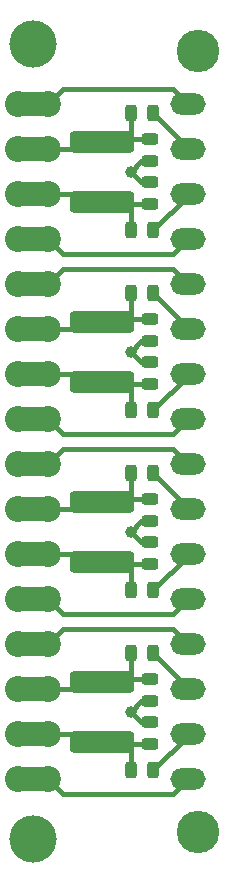
<source format=gbr>
G04 #@! TF.GenerationSoftware,KiCad,Pcbnew,(5.99.0-7355-g8781ce7efb)*
G04 #@! TF.CreationDate,2021-03-09T10:35:05+01:00*
G04 #@! TF.ProjectId,NI9217Filter,4e493932-3137-4466-996c-7465722e6b69,rev?*
G04 #@! TF.SameCoordinates,Original*
G04 #@! TF.FileFunction,Copper,L2,Bot*
G04 #@! TF.FilePolarity,Positive*
%FSLAX46Y46*%
G04 Gerber Fmt 4.6, Leading zero omitted, Abs format (unit mm)*
G04 Created by KiCad (PCBNEW (5.99.0-7355-g8781ce7efb)) date 2021-03-09 10:35:05*
%MOMM*%
%LPD*%
G01*
G04 APERTURE LIST*
G04 Aperture macros list*
%AMRoundRect*
0 Rectangle with rounded corners*
0 $1 Rounding radius*
0 $2 $3 $4 $5 $6 $7 $8 $9 X,Y pos of 4 corners*
0 Add a 4 corners polygon primitive as box body*
4,1,4,$2,$3,$4,$5,$6,$7,$8,$9,$2,$3,0*
0 Add four circle primitives for the rounded corners*
1,1,$1+$1,$2,$3,0*
1,1,$1+$1,$4,$5,0*
1,1,$1+$1,$6,$7,0*
1,1,$1+$1,$8,$9,0*
0 Add four rect primitives between the rounded corners*
20,1,$1+$1,$2,$3,$4,$5,0*
20,1,$1+$1,$4,$5,$6,$7,0*
20,1,$1+$1,$6,$7,$8,$9,0*
20,1,$1+$1,$8,$9,$2,$3,0*%
G04 Aperture macros list end*
G04 #@! TA.AperFunction,ComponentPad*
%ADD10O,3.000000X1.800000*%
G04 #@! TD*
G04 #@! TA.AperFunction,ComponentPad*
%ADD11C,3.600000*%
G04 #@! TD*
G04 #@! TA.AperFunction,ComponentPad*
%ADD12C,2.200000*%
G04 #@! TD*
G04 #@! TA.AperFunction,ComponentPad*
%ADD13C,4.000000*%
G04 #@! TD*
G04 #@! TA.AperFunction,SMDPad,CuDef*
%ADD14RoundRect,0.243750X0.243750X0.456250X-0.243750X0.456250X-0.243750X-0.456250X0.243750X-0.456250X0*%
G04 #@! TD*
G04 #@! TA.AperFunction,SMDPad,CuDef*
%ADD15RoundRect,0.243750X0.456250X-0.243750X0.456250X0.243750X-0.456250X0.243750X-0.456250X-0.243750X0*%
G04 #@! TD*
G04 #@! TA.AperFunction,SMDPad,CuDef*
%ADD16RoundRect,0.250000X2.450000X-0.650000X2.450000X0.650000X-2.450000X0.650000X-2.450000X-0.650000X0*%
G04 #@! TD*
G04 #@! TA.AperFunction,ViaPad*
%ADD17C,1.000000*%
G04 #@! TD*
G04 #@! TA.AperFunction,Conductor*
%ADD18C,0.400000*%
G04 #@! TD*
G04 #@! TA.AperFunction,Conductor*
%ADD19C,2.000000*%
G04 #@! TD*
G04 APERTURE END LIST*
D10*
X150865000Y-130175000D03*
X150865000Y-126365000D03*
X150865000Y-122555000D03*
X150865000Y-118745000D03*
X150865000Y-114935000D03*
X150865000Y-111125000D03*
X150865000Y-107315000D03*
X150865000Y-103505000D03*
X150865000Y-99695000D03*
X150865000Y-95885000D03*
X150865000Y-92075000D03*
X150865000Y-88265000D03*
X150865000Y-84455000D03*
X150865000Y-80645000D03*
X150865000Y-76835000D03*
X150865000Y-73025000D03*
D11*
X151765000Y-134675000D03*
X151765000Y-68525000D03*
D12*
X136525000Y-103505000D03*
X139065000Y-103505000D03*
X136525000Y-107315000D03*
X139065000Y-107315000D03*
X136525000Y-111125000D03*
X139065000Y-111125000D03*
X136525000Y-114935000D03*
X139065000Y-114935000D03*
X136525000Y-118745000D03*
X139065000Y-118745000D03*
X136525000Y-122555000D03*
X139065000Y-122555000D03*
X136525000Y-126365000D03*
X139065000Y-126365000D03*
X136525000Y-130175000D03*
X139065000Y-130175000D03*
X136525000Y-73025000D03*
X139065000Y-73025000D03*
X136525000Y-76835000D03*
X139065000Y-76835000D03*
X136525000Y-80645000D03*
X139065000Y-80645000D03*
X136525000Y-84455000D03*
X139065000Y-84455000D03*
X136525000Y-88265000D03*
X139065000Y-88265000D03*
X136525000Y-92075000D03*
X139065000Y-92075000D03*
X136525000Y-95885000D03*
X139065000Y-95885000D03*
X136525000Y-99695000D03*
X139065000Y-99695000D03*
D13*
X137795000Y-135255000D03*
X137795000Y-67945000D03*
D14*
X147925000Y-129413000D03*
X146050000Y-129413000D03*
D15*
X147701000Y-127224000D03*
X147701000Y-125349000D03*
X147701000Y-123571000D03*
X147701000Y-121696000D03*
D16*
X143637000Y-127010000D03*
X143637000Y-121910000D03*
X143637000Y-111770000D03*
X143637000Y-106670000D03*
D14*
X147925000Y-119507000D03*
X146050000Y-119507000D03*
X147925000Y-114173000D03*
X146050000Y-114173000D03*
X147925000Y-104267000D03*
X146050000Y-104267000D03*
D15*
X147701000Y-108331000D03*
X147701000Y-106456000D03*
X147701000Y-111984000D03*
X147701000Y-110109000D03*
D16*
X143637000Y-96530000D03*
X143637000Y-91430000D03*
D14*
X147925000Y-98933000D03*
X146050000Y-98933000D03*
X147925000Y-89027000D03*
X146050000Y-89027000D03*
D15*
X147701000Y-93091000D03*
X147701000Y-91216000D03*
X147701000Y-81504000D03*
X147701000Y-79629000D03*
X147701000Y-77851000D03*
X147701000Y-75976000D03*
X147701000Y-96744000D03*
X147701000Y-94869000D03*
D14*
X147925000Y-83693000D03*
X146050000Y-83693000D03*
D16*
X143637000Y-81290000D03*
X143637000Y-76190000D03*
D14*
X147925000Y-73787000D03*
X146050000Y-73787000D03*
D17*
X146050000Y-124460000D03*
X146050000Y-109220000D03*
X146050000Y-93980000D03*
X146050000Y-78740000D03*
D18*
X149595000Y-131445000D02*
X150865000Y-130175000D01*
X139065000Y-130175000D02*
X140335000Y-131445000D01*
X140335000Y-131445000D02*
X149595000Y-131445000D01*
D19*
X136525000Y-130175000D02*
X139065000Y-130175000D01*
D18*
X139065000Y-114935000D02*
X140335000Y-116205000D01*
X140335000Y-116205000D02*
X149595000Y-116205000D01*
X149595000Y-116205000D02*
X150865000Y-114935000D01*
D19*
X136525000Y-114935000D02*
X139065000Y-114935000D01*
D18*
X150846000Y-76835000D02*
X150865000Y-76835000D01*
X147925000Y-73787000D02*
X150865000Y-76727000D01*
X150865000Y-76727000D02*
X150865000Y-76835000D01*
X150865000Y-80753000D02*
X150865000Y-80645000D01*
X147925000Y-83693000D02*
X150865000Y-80753000D01*
X150865000Y-80880000D02*
X150865000Y-80645000D01*
X150846000Y-92075000D02*
X150865000Y-92075000D01*
X147925000Y-89027000D02*
X150865000Y-91967000D01*
X150865000Y-91967000D02*
X150865000Y-92075000D01*
X150865000Y-95993000D02*
X150865000Y-95885000D01*
X147925000Y-98933000D02*
X150865000Y-95993000D01*
X150865000Y-96120000D02*
X150865000Y-95885000D01*
X150846000Y-107188000D02*
X150865000Y-107188000D01*
X150865000Y-107207000D02*
X150865000Y-107315000D01*
X147925000Y-104267000D02*
X150865000Y-107207000D01*
X150865000Y-111233000D02*
X150865000Y-110998000D01*
X150865000Y-111233000D02*
X150865000Y-111125000D01*
X147925000Y-114173000D02*
X150865000Y-111233000D01*
X147925000Y-119507000D02*
X150865000Y-122447000D01*
X150865000Y-122447000D02*
X150865000Y-122555000D01*
X147925000Y-129413000D02*
X150865000Y-126473000D01*
X150865000Y-126473000D02*
X150865000Y-126365000D01*
X139065000Y-99695000D02*
X140335000Y-100965000D01*
X140335000Y-100965000D02*
X149595000Y-100965000D01*
D19*
X136525000Y-99695000D02*
X139065000Y-99695000D01*
D18*
X149595000Y-100965000D02*
X150865000Y-99695000D01*
X149595000Y-85725000D02*
X140335000Y-85725000D01*
X150865000Y-84455000D02*
X149595000Y-85725000D01*
X140335000Y-85725000D02*
X139065000Y-84455000D01*
D19*
X136525000Y-84455000D02*
X139065000Y-84455000D01*
D18*
X147701000Y-111984000D02*
X143851000Y-111984000D01*
X146050000Y-114173000D02*
X146050000Y-113373000D01*
X146050000Y-113373000D02*
X146050000Y-112395000D01*
X143851000Y-111984000D02*
X143637000Y-111770000D01*
D19*
X136525000Y-111125000D02*
X139065000Y-111125000D01*
D18*
X142992000Y-111125000D02*
X143637000Y-111770000D01*
X139065000Y-111125000D02*
X142992000Y-111125000D01*
X146050000Y-106426000D02*
X143881000Y-106426000D01*
X146050000Y-104267000D02*
X146050000Y-106426000D01*
X147701000Y-106456000D02*
X143851000Y-106456000D01*
X143851000Y-106456000D02*
X143637000Y-106670000D01*
X143881000Y-106426000D02*
X143637000Y-106670000D01*
D19*
X136525000Y-107315000D02*
X139065000Y-107315000D01*
D18*
X139065000Y-107315000D02*
X142992000Y-107315000D01*
X142992000Y-107315000D02*
X143637000Y-106670000D01*
X146050000Y-97028000D02*
X145552000Y-96530000D01*
X146050000Y-98933000D02*
X146050000Y-97028000D01*
X145552000Y-96530000D02*
X143637000Y-96530000D01*
X147701000Y-96744000D02*
X143851000Y-96744000D01*
X143851000Y-96744000D02*
X143637000Y-96530000D01*
D19*
X136525000Y-95885000D02*
X139065000Y-95885000D01*
D18*
X142992000Y-95885000D02*
X143637000Y-96530000D01*
X139065000Y-95885000D02*
X142992000Y-95885000D01*
X146050000Y-91059000D02*
X145679000Y-91430000D01*
X146050000Y-89027000D02*
X146050000Y-91059000D01*
X145679000Y-91430000D02*
X143637000Y-91430000D01*
X143851000Y-91216000D02*
X143637000Y-91430000D01*
X147701000Y-91216000D02*
X143851000Y-91216000D01*
D19*
X136525000Y-92075000D02*
X139065000Y-92075000D01*
D18*
X139065000Y-92075000D02*
X142992000Y-92075000D01*
X142992000Y-92075000D02*
X143637000Y-91430000D01*
X146050000Y-81915000D02*
X145425000Y-81290000D01*
X146050000Y-83693000D02*
X146050000Y-81915000D01*
X145425000Y-81290000D02*
X143637000Y-81290000D01*
X143851000Y-81504000D02*
X143637000Y-81290000D01*
X147701000Y-81504000D02*
X143851000Y-81504000D01*
X142992000Y-80645000D02*
X143637000Y-81290000D01*
X139065000Y-80645000D02*
X142992000Y-80645000D01*
D19*
X136525000Y-80645000D02*
X139065000Y-80645000D01*
D18*
X146050000Y-75692000D02*
X145552000Y-76190000D01*
X146050000Y-73787000D02*
X146050000Y-75692000D01*
X145552000Y-76190000D02*
X143637000Y-76190000D01*
X147701000Y-75976000D02*
X143851000Y-75976000D01*
X142992000Y-76835000D02*
X143637000Y-76190000D01*
D19*
X136525000Y-76835000D02*
X139065000Y-76835000D01*
D18*
X139065000Y-76835000D02*
X142992000Y-76835000D01*
X150865000Y-118745000D02*
X149595000Y-117475000D01*
X146939000Y-125349000D02*
X146050000Y-124460000D01*
X147701000Y-123571000D02*
X146939000Y-123571000D01*
X149595000Y-117475000D02*
X140335000Y-117475000D01*
X140335000Y-117475000D02*
X139065000Y-118745000D01*
D19*
X136525000Y-118745000D02*
X139065000Y-118745000D01*
D18*
X146939000Y-123571000D02*
X146050000Y-124460000D01*
X147701000Y-125349000D02*
X146939000Y-125349000D01*
D19*
X136525000Y-103505000D02*
X139065000Y-103505000D01*
D18*
X147701000Y-108331000D02*
X146939000Y-108331000D01*
X149595000Y-102235000D02*
X140335000Y-102235000D01*
X147701000Y-110109000D02*
X146939000Y-110109000D01*
X140335000Y-102235000D02*
X139065000Y-103505000D01*
X146939000Y-110109000D02*
X146050000Y-109220000D01*
X146939000Y-108331000D02*
X146050000Y-109220000D01*
X150865000Y-103505000D02*
X149595000Y-102235000D01*
X146939000Y-93091000D02*
X146050000Y-93980000D01*
D19*
X136525000Y-88265000D02*
X139065000Y-88265000D01*
D18*
X150865000Y-88265000D02*
X149595000Y-86995000D01*
X147701000Y-93091000D02*
X146939000Y-93091000D01*
X149595000Y-86995000D02*
X140335000Y-86995000D01*
X146939000Y-94869000D02*
X146050000Y-93980000D01*
X147701000Y-94869000D02*
X146939000Y-94869000D01*
X140335000Y-86995000D02*
X139065000Y-88265000D01*
X139065000Y-73025000D02*
X140335000Y-71755000D01*
X147701000Y-79629000D02*
X146939000Y-79629000D01*
X146939000Y-77851000D02*
X146050000Y-78740000D01*
X149595000Y-71755000D02*
X150865000Y-73025000D01*
X146939000Y-79629000D02*
X146050000Y-78740000D01*
X140335000Y-71755000D02*
X149595000Y-71755000D01*
D19*
X136525000Y-73025000D02*
X139065000Y-73025000D01*
D18*
X147701000Y-77851000D02*
X146939000Y-77851000D01*
D19*
X136525000Y-126365000D02*
X139065000Y-126365000D01*
D18*
X143851000Y-127224000D02*
X143637000Y-127010000D01*
X147701000Y-127224000D02*
X143851000Y-127224000D01*
X146050000Y-127762000D02*
X145669000Y-127381000D01*
X142992000Y-126365000D02*
X143637000Y-127010000D01*
X139065000Y-126365000D02*
X142992000Y-126365000D01*
X146050000Y-129413000D02*
X146050000Y-127762000D01*
X147701000Y-121696000D02*
X143851000Y-121696000D01*
X146050000Y-121158000D02*
X145796000Y-121412000D01*
X139065000Y-122555000D02*
X142992000Y-122555000D01*
X143851000Y-121696000D02*
X143637000Y-121910000D01*
X142992000Y-122555000D02*
X143637000Y-121910000D01*
D19*
X136525000Y-122555000D02*
X139065000Y-122555000D01*
D18*
X146050000Y-119507000D02*
X146050000Y-121158000D01*
M02*

</source>
